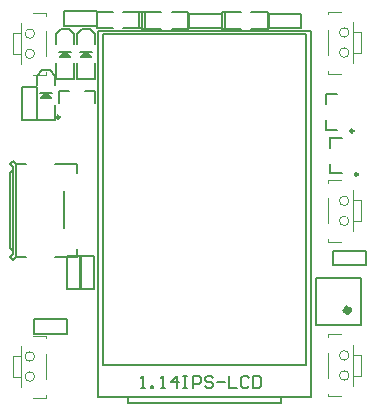
<source format=gto>
G04*
G04 #@! TF.GenerationSoftware,Altium Limited,Altium Designer,19.0.4 (130)*
G04*
G04 Layer_Color=65535*
%FSLAX25Y25*%
%MOIN*%
G70*
G01*
G75*
%ADD10C,0.00394*%
%ADD11C,0.00984*%
%ADD12C,0.02400*%
%ADD13C,0.00787*%
%ADD14C,0.00700*%
%ADD15C,0.00600*%
%ADD16C,0.01000*%
%ADD17C,0.00800*%
%ADD18C,0.00158*%
%ADD19C,0.00500*%
D10*
X-59581Y-59553D02*
G03*
X-59581Y-59553I-1575J0D01*
G01*
Y-66246D02*
G03*
X-59581Y-66246I-1575J0D01*
G01*
X45198Y48447D02*
G03*
X45198Y48447I-1575J0D01*
G01*
Y41754D02*
G03*
X45198Y41754I-1575J0D01*
G01*
Y-14346D02*
G03*
X45198Y-14346I-1575J0D01*
G01*
Y-7654D02*
G03*
X45198Y-7654I-1575J0D01*
G01*
Y-59200D02*
G03*
X45198Y-59200I-1575J0D01*
G01*
Y-65892D02*
G03*
X45198Y-65892I-1575J0D01*
G01*
X-59581Y48046D02*
G03*
X-59581Y48046I-1575J0D01*
G01*
Y41353D02*
G03*
X-59581Y41353I-1575J0D01*
G01*
X-66668Y-66345D02*
Y-59455D01*
X-55743Y-67132D02*
Y-58766D01*
X-66668Y-66345D02*
X-64207D01*
X-66668Y-59455D02*
X-64207D01*
X-64109Y-69790D02*
Y-56010D01*
X-55743Y-53550D02*
Y-52565D01*
Y-73235D02*
Y-72250D01*
X-60172Y-73235D02*
X-55743D01*
X-60172Y-52565D02*
X-55743D01*
X38210Y34765D02*
X42639D01*
X38210Y55435D02*
X42639D01*
X38210Y54450D02*
Y55435D01*
Y34765D02*
Y35750D01*
X46576Y38210D02*
Y51990D01*
X46674Y41655D02*
X49135D01*
X46674Y48545D02*
X49135D01*
X38210Y40966D02*
Y49332D01*
X49135Y41655D02*
Y48545D01*
Y-14445D02*
Y-7555D01*
X38210Y-15134D02*
Y-6768D01*
X46674Y-7555D02*
X49135D01*
X46674Y-14445D02*
X49135D01*
X46576Y-17890D02*
Y-4110D01*
X38210Y-21335D02*
Y-20350D01*
Y-1650D02*
Y-665D01*
X42639D01*
X38210Y-21335D02*
X42639D01*
X38210Y-72881D02*
X42639D01*
X38210Y-52211D02*
X42639D01*
X38210Y-53196D02*
Y-52211D01*
Y-72881D02*
Y-71896D01*
X46576Y-69436D02*
Y-55656D01*
X46674Y-65991D02*
X49135D01*
X46674Y-59101D02*
X49135D01*
X38210Y-66680D02*
Y-58314D01*
X49135Y-65991D02*
Y-59101D01*
X-66668Y41255D02*
Y48145D01*
X-55743Y40468D02*
Y48834D01*
X-66668Y41255D02*
X-64207D01*
X-66668Y48145D02*
X-64207D01*
X-64109Y37810D02*
Y51590D01*
X-55743Y54050D02*
Y55035D01*
Y34365D02*
Y35350D01*
X-60172Y34365D02*
X-55743D01*
X-60172Y55035D02*
X-55743D01*
D11*
X-51207Y20200D02*
G03*
X-51207Y20200I-492J0D01*
G01*
X48192Y1201D02*
G03*
X48192Y1201I-492J0D01*
G01*
X46692Y15601D02*
G03*
X46692Y15601I-492J0D01*
G01*
D12*
X45145Y-44147D02*
G03*
X45145Y-44147I-492J0D01*
G01*
D02*
G03*
X45145Y-44147I-492J0D01*
G01*
D13*
X-51306Y25019D02*
Y28956D01*
X-48156D01*
X-39494Y25019D02*
Y28956D01*
X-42644D02*
X-39494D01*
X38982Y9833D02*
Y13443D01*
X38944Y13406D02*
X38982Y13443D01*
X38944Y13406D02*
X42881D01*
X38944Y1594D02*
Y4744D01*
Y1594D02*
X42881D01*
X37444Y24656D02*
Y27806D01*
X41381D01*
X37444Y15994D02*
Y19144D01*
Y15994D02*
X41381D01*
D14*
X-57000Y35800D02*
X-54500D01*
X-52800Y34100D01*
Y30900D02*
Y34100D01*
X-58800Y30900D02*
Y34000D01*
X-57000Y35800D01*
X-58800Y19200D02*
Y24400D01*
X-52800Y19200D02*
Y24400D01*
X-58800Y19200D02*
X-52800D01*
X-52400Y33000D02*
X-46400D01*
Y38200D01*
X-52400Y33000D02*
Y38200D01*
Y47800D02*
X-50600Y49600D01*
X-52400Y44700D02*
Y47800D01*
X-46400Y44700D02*
Y47900D01*
X-48100Y49600D02*
X-46400Y47900D01*
X-50600Y49600D02*
X-48100D01*
X-45400Y33000D02*
X-39400D01*
Y38200D01*
X-45400Y33000D02*
Y38200D01*
Y47800D02*
X-43600Y49600D01*
X-45400Y44700D02*
Y47800D01*
X-39400Y44700D02*
Y47900D01*
X-41100Y49600D02*
X-39400Y47900D01*
X-43600Y49600D02*
X-41100D01*
D15*
X-57500Y26600D02*
X-55900Y28200D01*
X-57800D02*
X-53800D01*
X-55700D02*
X-54000Y26600D01*
X-57500D02*
X-54000D01*
X-51100Y40400D02*
X-47600D01*
X-49300Y42000D02*
X-47600Y40400D01*
X-51400Y42000D02*
X-47400D01*
X-51100Y40400D02*
X-49500Y42000D01*
X-44100Y40400D02*
X-40600D01*
X-42300Y42000D02*
X-40600Y40400D01*
X-44400Y42000D02*
X-40400D01*
X-44100Y40400D02*
X-42500Y42000D01*
X-66783Y-24327D02*
Y2673D01*
X-67808Y-23327D02*
Y1673D01*
X-65783Y-26327D02*
X-62283D01*
X-65783D02*
Y4673D01*
X-62283D01*
X-67783D02*
X-66783Y5673D01*
X-67783Y4673D02*
X-66783Y3673D01*
Y2673D02*
Y3673D01*
X-67808Y1673D02*
X-66783Y2673D01*
Y5673D02*
X-65783Y4673D01*
X-66783Y-27327D02*
X-65783Y-26327D01*
X-67783D02*
X-66783Y-27327D01*
X-67783Y-26327D02*
X-66783Y-25327D01*
Y-24327D01*
X-67808Y-23327D02*
X-66783Y-24327D01*
X-52685Y-26327D02*
X-45283D01*
Y-23827D01*
Y1673D02*
Y4673D01*
X-52685D02*
X-45283D01*
X-49902Y-16831D02*
Y-4331D01*
D16*
X-56800Y27000D02*
X-55100Y26900D01*
X-55700Y27600D02*
X-55100Y26900D01*
X-56300Y27400D02*
X-55700Y27600D01*
X-49900Y41200D02*
X-49300Y41400D01*
X-48700Y40700D01*
X-50400Y40800D02*
X-48700Y40700D01*
X-42900Y41200D02*
X-42300Y41400D01*
X-41700Y40700D01*
X-43400Y40800D02*
X-41700Y40700D01*
D17*
X-63700Y19318D02*
X-58900D01*
Y26400D01*
X-63700Y19318D02*
Y26300D01*
X-58900D02*
Y30282D01*
X-63700Y26300D02*
Y30282D01*
X-58900D01*
X32576Y-73069D02*
Y48978D01*
X-36716Y47836D02*
X-36676Y47797D01*
X-38291Y48978D02*
X32576D01*
X-38291Y-73069D02*
X32576D01*
X-38291D02*
Y48978D01*
X22733Y-75038D02*
Y-73069D01*
X-28448Y-75038D02*
X22733D01*
X-28448D02*
Y-73069D01*
X-36716Y-62439D02*
Y47836D01*
X31001Y-62479D02*
Y47797D01*
X-36676D02*
X31001D01*
X-36676Y-62479D02*
X31001D01*
X-36716Y-62439D02*
X-36676Y-62479D01*
X-24700Y49826D02*
X-23700D01*
Y55426D01*
X-24700D02*
X-23700D01*
X-30100Y49826D02*
X-24800D01*
X-24700D02*
Y55226D01*
X-30100Y55426D02*
X-24700D01*
X-38900Y49826D02*
X-33500D01*
X-38900D02*
Y50026D01*
Y55426D01*
X-38800D01*
X-33500D01*
X-23700Y55374D02*
X-22700D01*
X-23700Y49774D02*
Y55374D01*
Y49774D02*
X-22700D01*
X-22600Y55374D02*
X-17300D01*
X-22700Y49974D02*
Y55374D01*
Y49774D02*
X-17300D01*
X-13900Y55374D02*
X-8500D01*
Y55174D02*
Y55374D01*
Y49774D02*
Y55174D01*
X-8600Y49774D02*
X-8500D01*
X-13900D02*
X-8600D01*
X12700Y49774D02*
X18000D01*
X18100D01*
Y55174D01*
Y55374D01*
X12700D02*
X18100D01*
X3900Y49774D02*
X9300D01*
X3900Y49974D02*
Y55374D01*
X4000D02*
X9300D01*
X2900Y49774D02*
X3900D01*
X2900D02*
Y55374D01*
X3900D01*
X-8182Y49800D02*
Y54600D01*
Y49800D02*
X-4200D01*
X-8182Y54600D02*
X-4200D01*
Y49800D02*
X2782D01*
X-4300Y54600D02*
X2782D01*
Y49800D02*
Y54600D01*
X18418Y49800D02*
Y54600D01*
Y49800D02*
X22400D01*
X18418Y54600D02*
X22400D01*
Y49800D02*
X29382D01*
X22300Y54600D02*
X29382D01*
Y49800D02*
Y54600D01*
X50882Y-29200D02*
Y-24400D01*
X46900D02*
X50882D01*
X46900Y-29200D02*
X50882D01*
X39918Y-24400D02*
X46900D01*
X39918Y-29200D02*
X47000D01*
X39918D02*
Y-24400D01*
X-38918Y50700D02*
Y55500D01*
X-42900D02*
X-38918D01*
X-42900Y50700D02*
X-38918D01*
X-49882Y55500D02*
X-42900D01*
X-49882Y50700D02*
X-42800D01*
X-49882D02*
Y55500D01*
X-48800Y-26118D02*
X-44000D01*
X-48800Y-30100D02*
Y-26118D01*
X-44000Y-30100D02*
Y-26118D01*
X-48800Y-37082D02*
Y-30100D01*
X-44000Y-37082D02*
Y-30000D01*
X-48800Y-37082D02*
X-44000D01*
X-44500Y-26118D02*
X-39700D01*
X-44500Y-30100D02*
Y-26118D01*
X-39700Y-30100D02*
Y-26118D01*
X-44500Y-37082D02*
Y-30100D01*
X-39700Y-37082D02*
Y-30000D01*
X-44500Y-37082D02*
X-39700D01*
X-48918Y-51900D02*
Y-47100D01*
X-52900D02*
X-48918D01*
X-52900Y-51900D02*
X-48918D01*
X-59882Y-47100D02*
X-52900D01*
X-59882Y-51900D02*
X-52800D01*
X-59882D02*
Y-47100D01*
X-24117Y-69920D02*
X-22784D01*
X-23451D01*
Y-65921D01*
X-24117Y-66587D01*
X-20785Y-69920D02*
Y-69253D01*
X-20119D01*
Y-69920D01*
X-20785D01*
X-17453D02*
X-16120D01*
X-16786D01*
Y-65921D01*
X-17453Y-66587D01*
X-12121Y-69920D02*
Y-65921D01*
X-14121Y-67920D01*
X-11455D01*
X-10122Y-65921D02*
X-8789D01*
X-9455D01*
Y-69920D01*
X-10122D01*
X-8789D01*
X-6790D02*
Y-65921D01*
X-4790D01*
X-4124Y-66587D01*
Y-67920D01*
X-4790Y-68587D01*
X-6790D01*
X-125Y-66587D02*
X-792Y-65921D01*
X-2124D01*
X-2791Y-66587D01*
Y-67254D01*
X-2124Y-67920D01*
X-792D01*
X-125Y-68587D01*
Y-69253D01*
X-792Y-69920D01*
X-2124D01*
X-2791Y-69253D01*
X1208Y-67920D02*
X3874D01*
X5207Y-65921D02*
Y-69920D01*
X7872D01*
X11871Y-66587D02*
X11205Y-65921D01*
X9872D01*
X9205Y-66587D01*
Y-69253D01*
X9872Y-69920D01*
X11205D01*
X11871Y-69253D01*
X13204Y-65921D02*
Y-69920D01*
X15203D01*
X15870Y-69253D01*
Y-66587D01*
X15203Y-65921D01*
X13204D01*
D18*
X-38291Y-73069D02*
X-22149D01*
D19*
X34318Y-33320D02*
X49082D01*
X34318Y-49068D02*
Y-33320D01*
Y-49068D02*
X49082D01*
Y-33320D01*
M02*

</source>
